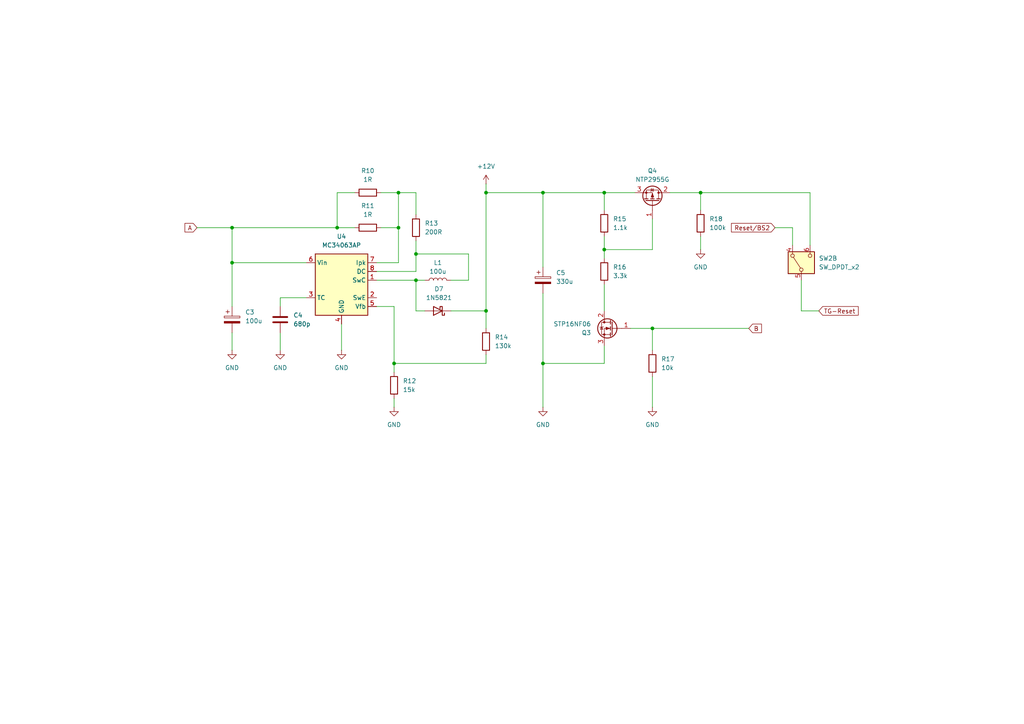
<source format=kicad_sch>
(kicad_sch (version 20231120) (generator "eeschema") (generator_version "8.0")
  (paper "A4")
  (lib_symbols
    (symbol "Device:C" (pin_numbers hide) (pin_names (offset 0.254))
      (property "Reference" "C" (at 0.635 2.54 0))
      (property "Value" "C" (at 0.635 -2.54 0))
      (symbol "C_0_1"
        (polyline (pts (xy -2.032 -0.762) (xy 2.032 -0.762)) (stroke (width 0.508)))
        (polyline (pts (xy -2.032 0.762) (xy 2.032 0.762)) (stroke (width 0.508)))
      )
      (symbol "C_1_1"
        (pin passive line (at 0 3.81 270) (length 2.794) (name "~") (number "1"))
        (pin passive line (at 0 -3.81 90) (length 2.794) (name "~") (number "2"))
      )
    )
    (symbol "Device:C_Polarized" (pin_numbers hide) (pin_names (offset 0.254))
      (property "Reference" "C" (at 0.635 2.54 0))
      (property "Value" "C_Polarized" (at 0.635 -2.54 0))
      (symbol "C_Polarized_0_1"
        (rectangle (start -2.286 0.508) (end 2.286 1.016))
        (polyline (pts (xy -1.778 2.286) (xy -0.762 2.286)))
        (polyline (pts (xy -1.27 2.794) (xy -1.27 1.778)))
        (rectangle (start 2.286 -0.508) (end -2.286 -1.016) (fill (type outline)))
      )
      (symbol "C_Polarized_1_1"
        (pin passive line (at 0 3.81 270) (length 2.794) (name "~") (number "1"))
        (pin passive line (at 0 -3.81 90) (length 2.794) (name "~") (number "2"))
      )
    )
    (symbol "Device:L" (pin_numbers hide) (pin_names (offset 1.016) hide)
      (property "Reference" "L" (at -1.27 0 90))
      (property "Value" "L" (at 1.905 0 90))
      (symbol "L_0_1"
        (arc (start 0 -2.54) (mid 0.6323 -1.905) (end 0 -1.27))
        (arc (start 0 -1.27) (mid 0.6323 -0.635) (end 0 0))
        (arc (start 0 0) (mid 0.6323 0.635) (end 0 1.27))
        (arc (start 0 1.27) (mid 0.6323 1.905) (end 0 2.54))
      )
      (symbol "L_1_1"
        (pin passive line (at 0 3.81 270) (length 1.27) (name "1") (number "1"))
        (pin passive line (at 0 -3.81 90) (length 1.27) (name "2") (number "2"))
      )
    )
    (symbol "Device:R" (pin_numbers hide) (pin_names (offset 0))
      (property "Reference" "R" (at 2.032 0 90))
      (property "Value" "R" (at 0 0 90))
      (symbol "R_0_1"
        (rectangle (start -1.016 -2.54) (end 1.016 2.54) (stroke (width 0.254)))
      )
      (symbol "R_1_1"
        (pin passive line (at 0 3.81 270) (length 1.27) (name "~") (number "1"))
        (pin passive line (at 0 -3.81 90) (length 1.27) (name "~") (number "2"))
      )
    )
    (symbol "Diode:1N5821" (pin_numbers hide) (pin_names (offset 1.016) hide)
      (property "Reference" "D" (at 0 2.54 0))
      (property "Value" "1N5821" (at 0 -2.54 0))
      (symbol "1N5821_0_1"
        (polyline (pts (xy 1.27 0) (xy -1.27 0)))
        (polyline (pts (xy 1.27 1.27) (xy 1.27 -1.27) (xy -1.27 0) (xy 1.27 1.27)) (stroke (width 0.254)))
        (polyline (pts (xy -1.905 0.635) (xy -1.905 1.27) (xy -1.27 1.27) (xy -1.27 -1.27) (xy -0.635 -1.27) (xy -0.635 -0.635)) (stroke (width 0.254)))
      )
      (symbol "1N5821_1_1"
        (pin passive line (at -3.81 0 0) (length 2.54) (name "K") (number "1"))
        (pin passive line (at 3.81 0 180) (length 2.54) (name "A") (number "2"))
      )
    )
    (symbol "My_Misc:NTP2955G" (pin_names hide)
      (property "Reference" "Q" (at 5.08 1.905 0))
      (property "Value" "NTP2955G" (at 5.08 0 0))
      (symbol "NTP2955G_0_1"
        (polyline (pts (xy 0.254 0) (xy -2.54 0)))
        (polyline (pts (xy 0.254 1.905) (xy 0.254 -1.905)) (stroke (width 0.254)))
        (polyline (pts (xy 0.762 -1.27) (xy 0.762 -2.286)) (stroke (width 0.254)))
        (polyline (pts (xy 0.762 0.508) (xy 0.762 -0.508)) (stroke (width 0.254)))
        (polyline (pts (xy 0.762 2.286) (xy 0.762 1.27)) (stroke (width 0.254)))
        (polyline (pts (xy 2.54 2.54) (xy 2.54 1.778)))
        (polyline (pts (xy 2.54 -2.54) (xy 2.54 0) (xy 0.762 0)))
        (polyline (pts (xy 0.762 1.778) (xy 3.302 1.778) (xy 3.302 -1.778) (xy 0.762 -1.778)))
        (polyline (pts (xy 2.286 0) (xy 1.27 0.381) (xy 1.27 -0.381) (xy 2.286 0)) (fill (type outline)))
        (polyline (pts (xy 2.794 -0.508) (xy 2.921 -0.381) (xy 3.683 -0.381) (xy 3.81 -0.254)))
        (polyline (pts (xy 3.302 -0.381) (xy 2.921 0.254) (xy 3.683 0.254) (xy 3.302 -0.381)))
        (circle (center 1.651 0) (radius 2.794) (stroke (width 0.254)))
        (circle (center 2.54 -1.778) (radius 0.254) (fill (type outline)))
        (circle (center 2.54 1.778) (radius 0.254) (fill (type outline)))
      )
      (symbol "NTP2955G_1_1"
        (pin input line (at -5.08 0 0) (length 2.54) (name "G") (number "1"))
        (pin passive line (at 2.54 5.08 270) (length 2.54) (name "D") (number "2"))
        (pin passive line (at 2.54 -5.08 90) (length 2.54) (name "S") (number "3"))
      )
    )
    (symbol "My_Misc:STP16NF06" (pin_names hide)
      (property "Reference" "Q" (at 5.08 1.905 0))
      (property "Value" "STP16NF06" (at 5.08 0 0))
      (symbol "STP16NF06_0_1"
        (polyline (pts (xy 0.254 0) (xy -2.54 0)))
        (polyline (pts (xy 0.254 1.905) (xy 0.254 -1.905)) (stroke (width 0.254)))
        (polyline (pts (xy 0.762 -1.27) (xy 0.762 -2.286)) (stroke (width 0.254)))
        (polyline (pts (xy 0.762 0.508) (xy 0.762 -0.508)) (stroke (width 0.254)))
        (polyline (pts (xy 0.762 2.286) (xy 0.762 1.27)) (stroke (width 0.254)))
        (polyline (pts (xy 2.54 2.54) (xy 2.54 1.778)))
        (polyline (pts (xy 2.54 -2.54) (xy 2.54 0) (xy 0.762 0)))
        (polyline (pts (xy 0.762 -1.778) (xy 3.302 -1.778) (xy 3.302 1.778) (xy 0.762 1.778)))
        (polyline (pts (xy 1.016 0) (xy 2.032 0.381) (xy 2.032 -0.381) (xy 1.016 0)) (fill (type outline)))
        (polyline (pts (xy 2.794 0.508) (xy 2.921 0.381) (xy 3.683 0.381) (xy 3.81 0.254)))
        (polyline (pts (xy 3.302 0.381) (xy 2.921 -0.254) (xy 3.683 -0.254) (xy 3.302 0.381)))
        (circle (center 1.651 0) (radius 2.794) (stroke (width 0.254)))
        (circle (center 2.54 -1.778) (radius 0.254) (fill (type outline)))
        (circle (center 2.54 1.778) (radius 0.254) (fill (type outline)))
      )
      (symbol "STP16NF06_1_1"
        (pin input line (at -5.08 0 0) (length 2.54) (name "G") (number "1"))
        (pin passive line (at 2.54 5.08 270) (length 2.54) (name "D") (number "2"))
        (pin passive line (at 2.54 -5.08 90) (length 2.54) (name "S") (number "3"))
      )
    )
    (symbol "Regulator_Switching:MC34063AP"
      (property "Reference" "U" (at -7.62 8.89 0))
      (property "Value" "MC34063AP" (at 0 8.89 0))
      (symbol "MC34063AP_0_1"
        (rectangle (start -7.62 7.62) (end 7.62 -10.16) (stroke (width 0.254)) (fill (type background)))
      )
      (symbol "MC34063AP_1_1"
        (pin open_collector line (at 10.16 0 180) (length 2.54) (name "SwC") (number "1"))
        (pin open_emitter line (at 10.16 -5.08 180) (length 2.54) (name "SwE") (number "2"))
        (pin passive line (at -10.16 -5.08 0) (length 2.54) (name "TC") (number "3"))
        (pin power_in line (at 0 -12.7 90) (length 2.54) (name "GND") (number "4"))
        (pin input line (at 10.16 -7.62 180) (length 2.54) (name "Vfb") (number "5"))
        (pin power_in line (at -10.16 5.08 0) (length 2.54) (name "Vin") (number "6"))
        (pin input line (at 10.16 5.08 180) (length 2.54) (name "Ipk") (number "7"))
        (pin open_collector line (at 10.16 2.54 180) (length 2.54) (name "DC") (number "8"))
      )
    )
    (symbol "Switch:SW_DPDT_x2" (pin_names (offset 0) hide)
      (property "Reference" "SW" (at 0 5.08 0))
      (property "Value" "SW_DPDT_x2" (at 0 -5.08 0))
      (symbol "SW_DPDT_x2_0_0"
        (circle (center -2.032 0) (radius 0.508))
        (circle (center 2.032 -2.54) (radius 0.508))
      )
      (symbol "SW_DPDT_x2_0_1"
        (rectangle (start -3.175 3.81) (end 3.175 -3.81) (stroke (width 0.254)) (fill (type background)))
        (polyline (pts (xy -1.524 0.254) (xy 1.5748 2.286)))
        (circle (center 2.032 2.54) (radius 0.508))
      )
      (symbol "SW_DPDT_x2_1_1"
        (pin passive line (at 5.08 2.54 180) (length 2.54) (name "A") (number "1"))
        (pin passive line (at -5.08 0 0) (length 2.54) (name "B") (number "2"))
        (pin passive line (at 5.08 -2.54 180) (length 2.54) (name "C") (number "3"))
      )
      (symbol "SW_DPDT_x2_2_1"
        (pin passive line (at 5.08 2.54 180) (length 2.54) (name "A") (number "4"))
        (pin passive line (at -5.08 0 0) (length 2.54) (name "B") (number "5"))
        (pin passive line (at 5.08 -2.54 180) (length 2.54) (name "C") (number "6"))
      )
    )
    (symbol "power:+12V" (power) (pin_numbers hide) (pin_names (offset 0) hide)
      (property "Value" "+12V" (at 0 3.556 0))
      (symbol "+12V_0_1"
        (polyline (pts (xy -0.762 1.27) (xy 0 2.54)))
        (polyline (pts (xy 0 0) (xy 0 2.54)))
        (polyline (pts (xy 0 2.54) (xy 0.762 1.27)))
      )
      (symbol "+12V_1_1"
        (pin power_in line (at 0 0 90) (length 0) (name "~") (number "1"))
      )
    )
    (symbol "power:GND" (power) (pin_numbers hide) (pin_names (offset 0) hide)
      (property "Value" "GND" (at 0 -3.81 0))
      (symbol "GND_0_1"
        (polyline (pts (xy 0 0) (xy 0 -1.27) (xy 1.27 -1.27) (xy 0 -2.54) (xy -1.27 -1.27) (xy 0 -1.27)))
      )
      (symbol "GND_1_1"
        (pin power_in line (at 0 0 270) (length 0) (name "~") (number "1"))
      )
    )
  )
  (junction (at 115.57 55.88))
  (junction (at 140.97 90.17))
  (junction (at 175.26 55.88))
  (junction (at 175.26 72.39))
  (junction (at 203.2 55.88))
  (junction (at 97.79 66.04))
  (junction (at 140.97 55.88))
  (junction (at 157.48 105.41))
  (junction (at 114.3 105.41))
  (junction (at 120.65 81.28))
  (junction (at 189.23 95.25))
  (junction (at 67.31 66.04))
  (junction (at 67.31 76.2))
  (junction (at 157.48 55.88))
  (junction (at 115.57 66.04))
  (junction (at 120.65 73.66))
  (wire (pts (xy 67.31 66.04) (xy 67.31 76.2)))
  (wire (pts (xy 175.26 55.88) (xy 157.48 55.88)))
  (wire (pts (xy 109.22 78.74) (xy 120.65 78.74)))
  (wire (pts (xy 140.97 90.17) (xy 140.97 55.88)))
  (wire (pts (xy 194.31 55.88) (xy 203.2 55.88)))
  (wire (pts (xy 175.26 82.55) (xy 175.26 90.17)))
  (wire (pts (xy 229.87 66.04) (xy 224.79 66.04)))
  (wire (pts (xy 189.23 72.39) (xy 175.26 72.39)))
  (wire (pts (xy 189.23 101.6) (xy 189.23 95.25)))
  (wire (pts (xy 120.65 78.74) (xy 120.65 73.66)))
  (wire (pts (xy 140.97 55.88) (xy 157.48 55.88)))
  (wire (pts (xy 135.89 81.28) (xy 135.89 73.66)))
  (wire (pts (xy 67.31 96.52) (xy 67.31 101.6)))
  (wire (pts (xy 237.49 90.17) (xy 232.41 90.17)))
  (wire (pts (xy 120.65 81.28) (xy 120.65 90.17)))
  (wire (pts (xy 67.31 88.9) (xy 67.31 76.2)))
  (wire (pts (xy 175.26 72.39) (xy 175.26 74.93)))
  (wire (pts (xy 203.2 55.88) (xy 203.2 60.96)))
  (wire (pts (xy 114.3 88.9) (xy 114.3 105.41)))
  (wire (pts (xy 67.31 76.2) (xy 88.9 76.2)))
  (wire (pts (xy 81.28 96.52) (xy 81.28 101.6)))
  (wire (pts (xy 175.26 55.88) (xy 184.15 55.88)))
  (wire (pts (xy 120.65 81.28) (xy 123.19 81.28)))
  (wire (pts (xy 97.79 66.04) (xy 102.87 66.04)))
  (wire (pts (xy 109.22 81.28) (xy 120.65 81.28)))
  (wire (pts (xy 140.97 102.87) (xy 140.97 105.41)))
  (wire (pts (xy 102.87 55.88) (xy 97.79 55.88)))
  (wire (pts (xy 135.89 73.66) (xy 120.65 73.66)))
  (wire (pts (xy 120.65 55.88) (xy 115.57 55.88)))
  (wire (pts (xy 157.48 105.41) (xy 157.48 118.11)))
  (wire (pts (xy 99.06 93.98) (xy 99.06 101.6)))
  (wire (pts (xy 114.3 105.41) (xy 114.3 107.95)))
  (wire (pts (xy 130.81 90.17) (xy 140.97 90.17)))
  (wire (pts (xy 110.49 55.88) (xy 115.57 55.88)))
  (wire (pts (xy 115.57 76.2) (xy 115.57 66.04)))
  (wire (pts (xy 175.26 105.41) (xy 157.48 105.41)))
  (wire (pts (xy 140.97 55.88) (xy 140.97 53.34)))
  (wire (pts (xy 114.3 105.41) (xy 140.97 105.41)))
  (wire (pts (xy 110.49 66.04) (xy 115.57 66.04)))
  (wire (pts (xy 67.31 66.04) (xy 97.79 66.04)))
  (wire (pts (xy 189.23 95.25) (xy 217.17 95.25)))
  (wire (pts (xy 157.48 85.09) (xy 157.48 105.41)))
  (wire (pts (xy 232.41 81.28) (xy 232.41 90.17)))
  (wire (pts (xy 140.97 90.17) (xy 140.97 95.25)))
  (wire (pts (xy 229.87 71.12) (xy 229.87 66.04)))
  (wire (pts (xy 175.26 60.96) (xy 175.26 55.88)))
  (wire (pts (xy 97.79 55.88) (xy 97.79 66.04)))
  (wire (pts (xy 234.95 71.12) (xy 234.95 55.88)))
  (wire (pts (xy 57.15 66.04) (xy 67.31 66.04)))
  (wire (pts (xy 115.57 55.88) (xy 115.57 66.04)))
  (wire (pts (xy 189.23 95.25) (xy 182.88 95.25)))
  (wire (pts (xy 88.9 86.36) (xy 81.28 86.36)))
  (wire (pts (xy 109.22 76.2) (xy 115.57 76.2)))
  (wire (pts (xy 175.26 100.33) (xy 175.26 105.41)))
  (wire (pts (xy 157.48 77.47) (xy 157.48 55.88)))
  (wire (pts (xy 189.23 63.5) (xy 189.23 72.39)))
  (wire (pts (xy 189.23 109.22) (xy 189.23 118.11)))
  (wire (pts (xy 120.65 73.66) (xy 120.65 69.85)))
  (wire (pts (xy 234.95 55.88) (xy 203.2 55.88)))
  (wire (pts (xy 130.81 81.28) (xy 135.89 81.28)))
  (wire (pts (xy 203.2 68.58) (xy 203.2 72.39)))
  (wire (pts (xy 123.19 90.17) (xy 120.65 90.17)))
  (wire (pts (xy 120.65 62.23) (xy 120.65 55.88)))
  (wire (pts (xy 175.26 68.58) (xy 175.26 72.39)))
  (wire (pts (xy 109.22 88.9) (xy 114.3 88.9)))
  (wire (pts (xy 81.28 86.36) (xy 81.28 88.9)))
  (wire (pts (xy 114.3 115.57) (xy 114.3 118.11)))
  (global_label "A" (shape input) (at 57.15 66.04 180) (property "Intersheetrefs" "${INTERSHEET_REFS}" (effects (hide yes))))
  (global_label "Reset{slash}BS2" (shape input) (at 224.79 66.04 180) (property "Intersheetrefs" "${INTERSHEET_REFS}" (effects (hide yes))))
  (global_label "TG-Reset" (shape input) (at 237.49 90.17 0) (property "Intersheetrefs" "${INTERSHEET_REFS}" (effects (hide yes))))
  (global_label "B" (shape input) (at 217.17 95.25 0) (property "Intersheetrefs" "${INTERSHEET_REFS}" (effects (hide yes))))
  (symbol (lib_id "power:GND") (at 114.3 118.11 0) (unit 1)
    (property "Reference" "#PWR027" (effects (hide yes)))
    (property "Value" "GND" (at 114.3 123.19 0))
    (property "Description" "Power symbol creates a global label with name \"GND\" , ground" (effects (hide yes)))
  )
  (symbol (lib_id "Device:R") (at 106.68 66.04 90) (unit 1)
    (property "Reference" "R11" (at 106.68 59.69 90))
    (property "Value" "1R" (at 106.68 62.23 90))
    (property "Footprint" "My_Misc:R_Axial_DIN0207_L6.3mm_D2.5mm_P10.16mm_Horizontal_large" (effects (hide yes)))
    (property "Description" "Resistor" (effects (hide yes)))
  )
  (symbol (lib_id "Device:C") (at 81.28 92.71 0) (unit 1)
    (property "Reference" "C4" (at 85.09 91.4399 0) (effects (justify left)))
    (property "Value" "680p" (at 85.09 93.9799 0) (effects (justify left)))
    (property "Footprint" "My_Misc:C_Disc_D3.0mm_W1.6mm_P2.50mm_larg" (effects (hide yes)))
    (property "Description" "Unpolarized capacitor" (effects (hide yes)))
  )
  (symbol (lib_id "Device:R") (at 203.2 64.77 0) (unit 1)
    (property "Reference" "R18" (at 205.74 63.4999 0) (effects (justify left)))
    (property "Value" "100k" (at 205.74 66.0399 0) (effects (justify left)))
    (property "Footprint" "My_Misc:R_Axial_DIN0207_L6.3mm_D2.5mm_P10.16mm_Horizontal_large" (effects (hide yes)))
    (property "Description" "Resistor" (effects (hide yes)))
  )
  (symbol (lib_id "power:+12V") (at 140.97 53.34 0) (unit 1)
    (property "Reference" "#PWR028" (effects (hide yes)))
    (property "Value" "+12V" (at 140.97 48.26 0))
    (property "Description" "Power symbol creates a global label with name \"+12V\"" (effects (hide yes)))
  )
  (symbol (lib_id "power:GND") (at 81.28 101.6 0) (unit 1)
    (property "Reference" "#PWR025" (effects (hide yes)))
    (property "Value" "GND" (at 81.28 106.68 0))
    (property "Description" "Power symbol creates a global label with name \"GND\" , ground" (effects (hide yes)))
  )
  (symbol (lib_id "Device:R") (at 106.68 55.88 90) (unit 1)
    (property "Reference" "R10" (at 106.68 49.53 90))
    (property "Value" "1R" (at 106.68 52.07 90))
    (property "Footprint" "My_Misc:R_Axial_DIN0207_L6.3mm_D2.5mm_P10.16mm_Horizontal_large" (effects (hide yes)))
    (property "Description" "Resistor" (effects (hide yes)))
  )
  (symbol (lib_id "power:GND") (at 157.48 118.11 0) (unit 1)
    (property "Reference" "#PWR029" (effects (hide yes)))
    (property "Value" "GND" (at 157.48 123.19 0))
    (property "Description" "Power symbol creates a global label with name \"GND\" , ground" (effects (hide yes)))
  )
  (symbol (lib_id "Regulator_Switching:MC34063AP") (at 99.06 81.28 0) (unit 1)
    (property "Reference" "U4" (at 99.06 68.58 0))
    (property "Value" "MC34063AP" (at 99.06 71.12 0))
    (property "Footprint" "My_Misc:DIP-8_W7.62mm_Socket_w_dip_packet_LongPads" (effects (hide yes)))
    (property "Datasheet" "http://www.onsemi.com/pub_link/Collateral/MC34063A-D.PDF" (effects (hide yes)))
    (property "Description" "1.5A, step-up/down/inverting switching regulator, 3-40V Vin, 100kHz, DIP-8" (effects (hide yes)))
  )
  (symbol (lib_id "Device:C_Polarized") (at 157.48 81.28 0) (unit 1)
    (property "Reference" "C5" (at 161.29 79.1209 0) (effects (justify left)))
    (property "Value" "330u" (at 161.29 81.6609 0) (effects (justify left)))
    (property "Footprint" "My_Misc:CP_Radial_D5.0mm_P2.50mm_larger_pads" (effects (hide yes)))
    (property "Description" "Polarized capacitor" (effects (hide yes)))
  )
  (symbol (lib_id "My_Misc:NTP2955G") (at 189.23 58.42 270) (mirror x) (unit 1)
    (property "Reference" "Q4" (at 189.23 49.53 90))
    (property "Value" "NTP2955G" (at 189.23 52.07 90))
    (property "Footprint" "My_Misc:TO-220-3_Vertical_larger" (effects (hide yes)))
    (property "Datasheet" "https://www.electrokit.com/upload/product/41013/41013435/41013435.pdf" (effects (hide yes)))
    (property "Description" "12A Id, 60V Vds, P-Channel Power MOSFET, TO-220" (effects (hide yes)))
  )
  (symbol (lib_id "Device:R") (at 114.3 111.76 0) (unit 1)
    (property "Reference" "R12" (at 116.84 110.4899 0) (effects (justify left)))
    (property "Value" "15k" (at 116.84 113.0299 0) (effects (justify left)))
    (property "Footprint" "My_Misc:R_Axial_DIN0207_L6.3mm_D2.5mm_P10.16mm_Horizontal_large" (effects (hide yes)))
    (property "Description" "Resistor" (effects (hide yes)))
  )
  (symbol (lib_id "Device:L") (at 127 81.28 90) (unit 1)
    (property "Reference" "L1" (at 127 76.2 90))
    (property "Value" "100u" (at 127 78.74 90))
    (property "Footprint" "My_Misc:L_Radial_D8.7mm_P5.00mm_Fastron_07HCP" (effects (hide yes)))
    (property "Description" "Inductor" (effects (hide yes)))
  )
  (symbol (lib_id "Device:R") (at 175.26 78.74 0) (unit 1)
    (property "Reference" "R16" (at 177.8 77.4699 0) (effects (justify left)))
    (property "Value" "3.3k" (at 177.8 80.0099 0) (effects (justify left)))
    (property "Footprint" "My_Misc:R_Axial_DIN0207_L6.3mm_D2.5mm_P10.16mm_Horizontal_large" (effects (hide yes)))
    (property "Description" "Resistor" (effects (hide yes)))
  )
  (symbol (lib_id "Device:R") (at 189.23 105.41 0) (unit 1)
    (property "Reference" "R17" (at 191.77 104.1399 0) (effects (justify left)))
    (property "Value" "10k" (at 191.77 106.6799 0) (effects (justify left)))
    (property "Footprint" "My_Misc:R_Axial_DIN0207_L6.3mm_D2.5mm_P10.16mm_Horizontal_large" (effects (hide yes)))
    (property "Description" "Resistor" (effects (hide yes)))
  )
  (symbol (lib_id "Switch:SW_DPDT_x2") (at 232.41 76.2 90) (unit 2)
    (property "Reference" "SW2" (at 237.49 74.9299 90) (effects (justify right)))
    (property "Value" "SW_DPDT_x2" (at 237.49 77.4699 90) (effects (justify right)))
    (property "Footprint" "My_Parts:Switch sub-miniatyr 2-pole on-on" (effects (hide yes)))
    (property "Description" "Switch, dual pole double throw, separate symbols" (effects (hide yes)))
  )
  (symbol (lib_id "Device:R") (at 140.97 99.06 0) (unit 1)
    (property "Reference" "R14" (at 143.51 97.7899 0) (effects (justify left)))
    (property "Value" "130k" (at 143.51 100.3299 0) (effects (justify left)))
    (property "Footprint" "My_Misc:R_Axial_DIN0207_L6.3mm_D2.5mm_P10.16mm_Horizontal_large" (effects (hide yes)))
    (property "Description" "Resistor" (effects (hide yes)))
  )
  (symbol (lib_id "Device:R") (at 175.26 64.77 0) (unit 1)
    (property "Reference" "R15" (at 177.8 63.4999 0) (effects (justify left)))
    (property "Value" "1.1k" (at 177.8 66.0399 0) (effects (justify left)))
    (property "Footprint" "My_Misc:R_Axial_DIN0207_L6.3mm_D2.5mm_P10.16mm_Horizontal_large" (effects (hide yes)))
    (property "Description" "Resistor" (effects (hide yes)))
  )
  (symbol (lib_id "Device:C_Polarized") (at 67.31 92.71 0) (unit 1)
    (property "Reference" "C3" (at 71.12 90.5509 0) (effects (justify left)))
    (property "Value" "100u" (at 71.12 93.0909 0) (effects (justify left)))
    (property "Footprint" "My_Misc:CP_Radial_D5.0mm_P2.50mm_larger_pads" (effects (hide yes)))
    (property "Description" "Polarized capacitor" (effects (hide yes)))
  )
  (symbol (lib_id "power:GND") (at 189.23 118.11 0) (unit 1)
    (property "Reference" "#PWR030" (effects (hide yes)))
    (property "Value" "GND" (at 189.23 123.19 0))
    (property "Description" "Power symbol creates a global label with name \"GND\" , ground" (effects (hide yes)))
  )
  (symbol (lib_id "Diode:1N5821") (at 127 90.17 180) (unit 1)
    (property "Reference" "D7" (at 127.3175 83.82 0))
    (property "Value" "1N5821" (at 127.3175 86.36 0))
    (property "Footprint" "Diode_THT:D_DO-201AD_P15.24mm_Horizontal" (effects (hide yes)))
    (property "Datasheet" "http://www.vishay.com/docs/88526/1n5820.pdf" (effects (hide yes)))
    (property "Description" "30V 3A Schottky Barrier Rectifier Diode, DO-201AD" (effects (hide yes)))
  )
  (symbol (lib_id "power:GND") (at 99.06 101.6 0) (unit 1)
    (property "Reference" "#PWR026" (effects (hide yes)))
    (property "Value" "GND" (at 99.06 106.68 0))
    (property "Description" "Power symbol creates a global label with name \"GND\" , ground" (effects (hide yes)))
  )
  (symbol (lib_id "power:GND") (at 67.31 101.6 0) (unit 1)
    (property "Reference" "#PWR024" (effects (hide yes)))
    (property "Value" "GND" (at 67.31 106.68 0))
    (property "Description" "Power symbol creates a global label with name \"GND\" , ground" (effects (hide yes)))
  )
  (symbol (lib_id "power:GND") (at 203.2 72.39 0) (unit 1)
    (property "Reference" "#PWR031" (effects (hide yes)))
    (property "Value" "GND" (at 203.2 77.47 0))
    (property "Description" "Power symbol creates a global label with name \"GND\" , ground" (effects (hide yes)))
  )
  (symbol (lib_id "Device:R") (at 120.65 66.04 180) (unit 1)
    (property "Reference" "R13" (at 123.19 64.7699 0) (effects (justify right)))
    (property "Value" "200R" (at 123.19 67.3099 0) (effects (justify right)))
    (property "Footprint" "My_Misc:R_Axial_DIN0207_L6.3mm_D2.5mm_P10.16mm_Horizontal_large" (effects (hide yes)))
    (property "Description" "Resistor" (effects (hide yes)))
  )
  (symbol (lib_id "My_Misc:STP16NF06") (at 177.8 95.25 0) (mirror y) (unit 1)
    (property "Reference" "Q3" (at 171.45 96.5201 0) (effects (justify left)))
    (property "Value" "STP16NF06" (at 171.45 93.9801 0) (effects (justify left)))
    (property "Footprint" "My_Misc:TO-220-3_Vertical_larger" (effects (hide yes)))
    (property "Datasheet" "https://www.electrokit.com/upload/product/41013/41013858/xpSTP16NF06_Data_E.pdf" (effects (hide yes)))
    (property "Description" "16A Id, 60V Vds, N-Channel Power MOSFET, TO-220" (effects (hide yes)))
  )
)
</source>
